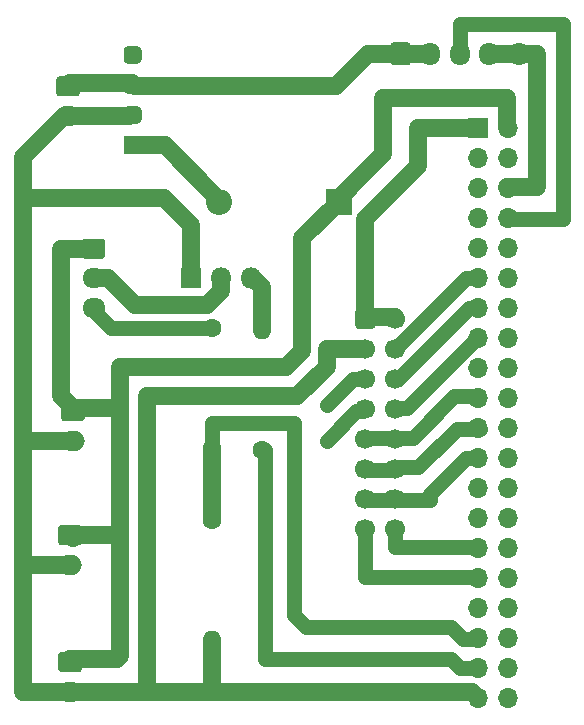
<source format=gbr>
%TF.GenerationSoftware,KiCad,Pcbnew,(5.1.8-0-10_14)*%
%TF.CreationDate,2021-05-20T11:29:51-04:00*%
%TF.ProjectId,PiHat,50694861-742e-46b6-9963-61645f706362,rev?*%
%TF.SameCoordinates,PX9b0780PY44cb540*%
%TF.FileFunction,Copper,L2,Bot*%
%TF.FilePolarity,Positive*%
%FSLAX46Y46*%
G04 Gerber Fmt 4.6, Leading zero omitted, Abs format (unit mm)*
G04 Created by KiCad (PCBNEW (5.1.8-0-10_14)) date 2021-05-20 11:29:51*
%MOMM*%
%LPD*%
G01*
G04 APERTURE LIST*
%TA.AperFunction,ComponentPad*%
%ADD10O,1.600000X1.600000*%
%TD*%
%TA.AperFunction,ComponentPad*%
%ADD11C,1.600000*%
%TD*%
%TA.AperFunction,ComponentPad*%
%ADD12O,2.000000X1.700000*%
%TD*%
%TA.AperFunction,ComponentPad*%
%ADD13O,1.700000X1.950000*%
%TD*%
%TA.AperFunction,ComponentPad*%
%ADD14O,1.950000X1.700000*%
%TD*%
%TA.AperFunction,ComponentPad*%
%ADD15C,1.700000*%
%TD*%
%TA.AperFunction,ComponentPad*%
%ADD16O,1.700000X1.700000*%
%TD*%
%TA.AperFunction,ComponentPad*%
%ADD17R,1.700000X1.700000*%
%TD*%
%TA.AperFunction,ComponentPad*%
%ADD18R,1.524000X1.524000*%
%TD*%
%TA.AperFunction,ComponentPad*%
%ADD19O,1.800000X1.800000*%
%TD*%
%TA.AperFunction,ComponentPad*%
%ADD20R,1.800000X1.800000*%
%TD*%
%TA.AperFunction,ComponentPad*%
%ADD21O,2.200000X2.200000*%
%TD*%
%TA.AperFunction,ComponentPad*%
%ADD22R,2.200000X2.200000*%
%TD*%
%TA.AperFunction,ViaPad*%
%ADD23C,0.800000*%
%TD*%
%TA.AperFunction,Conductor*%
%ADD24C,1.500000*%
%TD*%
%TA.AperFunction,Conductor*%
%ADD25C,1.250000*%
%TD*%
G04 APERTURE END LIST*
D10*
%TO.P,R2,2*%
%TO.N,GND*%
X18250000Y7840000D03*
D11*
%TO.P,R2,1*%
%TO.N,ZProbe3V3*%
X18250000Y18000000D03*
%TD*%
D10*
%TO.P,R1,2*%
%TO.N,ZProbe3V3*%
X18250000Y24090000D03*
D11*
%TO.P,R1,1*%
%TO.N,ZProbeIn*%
X18250000Y34250000D03*
%TD*%
D12*
%TO.P,J8,2*%
%TO.N,GND*%
X6250000Y14250000D03*
%TO.P,J8,1*%
%TO.N,+5V*%
%TA.AperFunction,ComponentPad*%
G36*
G01*
X5500000Y17600000D02*
X7000000Y17600000D01*
G75*
G02*
X7250000Y17350000I0J-250000D01*
G01*
X7250000Y16150000D01*
G75*
G02*
X7000000Y15900000I-250000J0D01*
G01*
X5500000Y15900000D01*
G75*
G02*
X5250000Y16150000I0J250000D01*
G01*
X5250000Y17350000D01*
G75*
G02*
X5500000Y17600000I250000J0D01*
G01*
G37*
%TD.AperFunction*%
%TD*%
D13*
%TO.P,J7,5*%
%TO.N,GND*%
X44250000Y57500000D03*
%TO.P,J7,4*%
X41750000Y57500000D03*
%TO.P,J7,3*%
%TO.N,UVControl*%
X39250000Y57500000D03*
%TO.P,J7,2*%
%TO.N,+24V*%
X36750000Y57500000D03*
%TO.P,J7,1*%
%TA.AperFunction,ComponentPad*%
G36*
G01*
X33400000Y56775000D02*
X33400000Y58225000D01*
G75*
G02*
X33650000Y58475000I250000J0D01*
G01*
X34850000Y58475000D01*
G75*
G02*
X35100000Y58225000I0J-250000D01*
G01*
X35100000Y56775000D01*
G75*
G02*
X34850000Y56525000I-250000J0D01*
G01*
X33650000Y56525000D01*
G75*
G02*
X33400000Y56775000I0J250000D01*
G01*
G37*
%TD.AperFunction*%
%TD*%
D14*
%TO.P,J5,3*%
%TO.N,ZProbeIn*%
X8250000Y36000000D03*
%TO.P,J5,2*%
%TO.N,LaserGnd*%
X8250000Y38500000D03*
%TO.P,J5,1*%
%TO.N,+5V*%
%TA.AperFunction,ComponentPad*%
G36*
G01*
X7525000Y41850000D02*
X8975000Y41850000D01*
G75*
G02*
X9225000Y41600000I0J-250000D01*
G01*
X9225000Y40400000D01*
G75*
G02*
X8975000Y40150000I-250000J0D01*
G01*
X7525000Y40150000D01*
G75*
G02*
X7275000Y40400000I0J250000D01*
G01*
X7275000Y41600000D01*
G75*
G02*
X7525000Y41850000I250000J0D01*
G01*
G37*
%TD.AperFunction*%
%TD*%
D15*
%TO.P,J6,16*%
%TO.N,T_IRQ*%
X33790000Y17288000D03*
%TO.P,J6,14*%
%TO.N,SLCK*%
X33790000Y19828000D03*
%TO.P,J6,12*%
%TO.N,MISO*%
X33790000Y22368000D03*
%TO.P,J6,10*%
%TO.N,MOSI*%
X33790000Y24908000D03*
%TO.P,J6,8*%
%TO.N,RESET*%
X33790000Y27448000D03*
%TO.P,J6,6*%
%TO.N,DC*%
X33790000Y29988000D03*
%TO.P,J6,4*%
%TO.N,CS*%
X33790000Y32528000D03*
%TO.P,J6,2*%
%TO.N,+3V3*%
X33790000Y35068000D03*
%TO.P,J6,15*%
%TO.N,T_CS*%
X31250000Y17288000D03*
%TO.P,J6,13*%
%TO.N,SLCK*%
X31250000Y19828000D03*
%TO.P,J6,11*%
%TO.N,MISO*%
X31250000Y22368000D03*
%TO.P,J6,9*%
%TO.N,MOSI*%
X31250000Y24908000D03*
%TO.P,J6,7*%
%TO.N,SDA*%
X31250000Y27448000D03*
%TO.P,J6,5*%
%TO.N,SCL*%
X31250000Y29988000D03*
%TO.P,J6,3*%
%TO.N,GND*%
X31250000Y32528000D03*
%TO.P,J6,1*%
%TO.N,+3V3*%
%TA.AperFunction,ComponentPad*%
G36*
G01*
X30400000Y34468000D02*
X30400000Y35668000D01*
G75*
G02*
X30650000Y35918000I250000J0D01*
G01*
X31850000Y35918000D01*
G75*
G02*
X32100000Y35668000I0J-250000D01*
G01*
X32100000Y34468000D01*
G75*
G02*
X31850000Y34218000I-250000J0D01*
G01*
X30650000Y34218000D01*
G75*
G02*
X30400000Y34468000I0J250000D01*
G01*
G37*
%TD.AperFunction*%
%TD*%
D16*
%TO.P,J1,40*%
%TO.N,Net-(J1-Pad40)*%
X43290000Y2990000D03*
%TO.P,J1,39*%
%TO.N,GND*%
X40750000Y2990000D03*
%TO.P,J1,38*%
%TO.N,Net-(J1-Pad38)*%
X43290000Y5530000D03*
%TO.P,J1,37*%
%TO.N,LaserControl*%
X40750000Y5530000D03*
%TO.P,J1,36*%
%TO.N,Net-(J1-Pad36)*%
X43290000Y8070000D03*
%TO.P,J1,35*%
%TO.N,ZProbe3V3*%
X40750000Y8070000D03*
%TO.P,J1,34*%
%TO.N,Net-(J1-Pad34)*%
X43290000Y10610000D03*
%TO.P,J1,33*%
%TO.N,Net-(J1-Pad33)*%
X40750000Y10610000D03*
%TO.P,J1,32*%
%TO.N,Net-(J1-Pad32)*%
X43290000Y13150000D03*
%TO.P,J1,31*%
%TO.N,T_CS*%
X40750000Y13150000D03*
%TO.P,J1,30*%
%TO.N,Net-(J1-Pad30)*%
X43290000Y15690000D03*
%TO.P,J1,29*%
%TO.N,T_IRQ*%
X40750000Y15690000D03*
%TO.P,J1,28*%
%TO.N,Net-(J1-Pad28)*%
X43290000Y18230000D03*
%TO.P,J1,27*%
%TO.N,Net-(J1-Pad27)*%
X40750000Y18230000D03*
%TO.P,J1,26*%
%TO.N,Net-(J1-Pad26)*%
X43290000Y20770000D03*
%TO.P,J1,25*%
%TO.N,Net-(J1-Pad25)*%
X40750000Y20770000D03*
%TO.P,J1,24*%
%TO.N,Net-(J1-Pad24)*%
X43290000Y23310000D03*
%TO.P,J1,23*%
%TO.N,SLCK*%
X40750000Y23310000D03*
%TO.P,J1,22*%
%TO.N,Net-(J1-Pad22)*%
X43290000Y25850000D03*
%TO.P,J1,21*%
%TO.N,MISO*%
X40750000Y25850000D03*
%TO.P,J1,20*%
%TO.N,Net-(J1-Pad20)*%
X43290000Y28390000D03*
%TO.P,J1,19*%
%TO.N,MOSI*%
X40750000Y28390000D03*
%TO.P,J1,18*%
%TO.N,Net-(J1-Pad18)*%
X43290000Y30930000D03*
%TO.P,J1,17*%
%TO.N,Net-(J1-Pad17)*%
X40750000Y30930000D03*
%TO.P,J1,16*%
%TO.N,Net-(J1-Pad16)*%
X43290000Y33470000D03*
%TO.P,J1,15*%
%TO.N,RESET*%
X40750000Y33470000D03*
%TO.P,J1,14*%
%TO.N,Net-(J1-Pad14)*%
X43290000Y36010000D03*
%TO.P,J1,13*%
%TO.N,DC*%
X40750000Y36010000D03*
%TO.P,J1,12*%
%TO.N,Net-(J1-Pad12)*%
X43290000Y38550000D03*
%TO.P,J1,11*%
%TO.N,CS*%
X40750000Y38550000D03*
%TO.P,J1,10*%
%TO.N,Net-(J1-Pad10)*%
X43290000Y41090000D03*
%TO.P,J1,9*%
%TO.N,Net-(J1-Pad9)*%
X40750000Y41090000D03*
%TO.P,J1,8*%
%TO.N,UVControl*%
X43290000Y43630000D03*
%TO.P,J1,7*%
%TO.N,Net-(J1-Pad7)*%
X40750000Y43630000D03*
%TO.P,J1,6*%
%TO.N,GND*%
X43290000Y46170000D03*
%TO.P,J1,5*%
%TO.N,SCL*%
X40750000Y46170000D03*
%TO.P,J1,4*%
%TO.N,Net-(J1-Pad4)*%
X43290000Y48710000D03*
%TO.P,J1,3*%
%TO.N,SDA*%
X40750000Y48710000D03*
%TO.P,J1,2*%
%TO.N,+5V*%
X43290000Y51250000D03*
D17*
%TO.P,J1,1*%
%TO.N,+3V3*%
X40750000Y51250000D03*
%TD*%
D12*
%TO.P,J3,2*%
%TO.N,GND*%
X6500000Y24750000D03*
%TO.P,J3,1*%
%TO.N,+5V*%
%TA.AperFunction,ComponentPad*%
G36*
G01*
X5750000Y28100000D02*
X7250000Y28100000D01*
G75*
G02*
X7500000Y27850000I0J-250000D01*
G01*
X7500000Y26650000D01*
G75*
G02*
X7250000Y26400000I-250000J0D01*
G01*
X5750000Y26400000D01*
G75*
G02*
X5500000Y26650000I0J250000D01*
G01*
X5500000Y27850000D01*
G75*
G02*
X5750000Y28100000I250000J0D01*
G01*
G37*
%TD.AperFunction*%
%TD*%
%TO.P,U1,4*%
%TO.N,Net-(U1-Pad4)*%
%TA.AperFunction,ComponentPad*%
G36*
G01*
X11931000Y56648000D02*
X11169000Y56648000D01*
G75*
G02*
X10788000Y57029000I0J381000D01*
G01*
X10788000Y57791000D01*
G75*
G02*
X11169000Y58172000I381000J0D01*
G01*
X11931000Y58172000D01*
G75*
G02*
X12312000Y57791000I0J-381000D01*
G01*
X12312000Y57029000D01*
G75*
G02*
X11931000Y56648000I-381000J0D01*
G01*
G37*
%TD.AperFunction*%
%TO.P,U1,3*%
%TO.N,+24V*%
%TA.AperFunction,ComponentPad*%
G36*
G01*
X11931000Y54108000D02*
X11169000Y54108000D01*
G75*
G02*
X10788000Y54489000I0J381000D01*
G01*
X10788000Y55251000D01*
G75*
G02*
X11169000Y55632000I381000J0D01*
G01*
X11931000Y55632000D01*
G75*
G02*
X12312000Y55251000I0J-381000D01*
G01*
X12312000Y54489000D01*
G75*
G02*
X11931000Y54108000I-381000J0D01*
G01*
G37*
%TD.AperFunction*%
%TO.P,U1,2*%
%TO.N,GND*%
%TA.AperFunction,ComponentPad*%
G36*
G01*
X11931000Y51568000D02*
X11169000Y51568000D01*
G75*
G02*
X10788000Y51949000I0J381000D01*
G01*
X10788000Y52711000D01*
G75*
G02*
X11169000Y53092000I381000J0D01*
G01*
X11931000Y53092000D01*
G75*
G02*
X12312000Y52711000I0J-381000D01*
G01*
X12312000Y51949000D01*
G75*
G02*
X11931000Y51568000I-381000J0D01*
G01*
G37*
%TD.AperFunction*%
D18*
%TO.P,U1,1*%
%TO.N,Net-(D1-Pad2)*%
X11550000Y49790000D03*
%TD*%
D19*
%TO.P,Q1,3*%
%TO.N,Net-(Q1-Pad3)*%
X21580000Y38500000D03*
%TO.P,Q1,2*%
%TO.N,LaserGnd*%
X19040000Y38500000D03*
D20*
%TO.P,Q1,1*%
%TO.N,GND*%
X16500000Y38500000D03*
%TD*%
D21*
%TO.P,D1,2*%
%TO.N,Net-(D1-Pad2)*%
X18840000Y45000000D03*
D22*
%TO.P,D1,1*%
%TO.N,+5V*%
X29000000Y45000000D03*
%TD*%
%TO.P,J2,1*%
%TO.N,+24V*%
%TA.AperFunction,ComponentPad*%
G36*
G01*
X5334000Y55600000D02*
X6834000Y55600000D01*
G75*
G02*
X7084000Y55350000I0J-250000D01*
G01*
X7084000Y54150000D01*
G75*
G02*
X6834000Y53900000I-250000J0D01*
G01*
X5334000Y53900000D01*
G75*
G02*
X5084000Y54150000I0J250000D01*
G01*
X5084000Y55350000D01*
G75*
G02*
X5334000Y55600000I250000J0D01*
G01*
G37*
%TD.AperFunction*%
D12*
%TO.P,J2,2*%
%TO.N,GND*%
X6084000Y52250000D03*
%TD*%
%TO.P,J4,2*%
%TO.N,GND*%
X6250000Y3500000D03*
%TO.P,J4,1*%
%TO.N,+5V*%
%TA.AperFunction,ComponentPad*%
G36*
G01*
X5500000Y6850000D02*
X7000000Y6850000D01*
G75*
G02*
X7250000Y6600000I0J-250000D01*
G01*
X7250000Y5400000D01*
G75*
G02*
X7000000Y5150000I-250000J0D01*
G01*
X5500000Y5150000D01*
G75*
G02*
X5250000Y5400000I0J250000D01*
G01*
X5250000Y6600000D01*
G75*
G02*
X5500000Y6850000I250000J0D01*
G01*
G37*
%TD.AperFunction*%
%TD*%
D11*
%TO.P,R3,1*%
%TO.N,LaserControl*%
X22500000Y24000000D03*
D10*
%TO.P,R3,2*%
%TO.N,Net-(Q1-Pad3)*%
X22500000Y34160000D03*
%TD*%
D23*
%TO.N,SCL*%
X28000000Y27750000D03*
%TO.N,SDA*%
X28000000Y24750000D03*
%TD*%
D24*
%TO.N,GND*%
X2250000Y35500000D02*
X2250000Y25000000D01*
X2274000Y35524000D02*
X2250000Y35500000D01*
X6000000Y14250000D02*
X2250000Y14250000D01*
X2250000Y14250000D02*
X2250000Y25000000D01*
X6250000Y3500000D02*
X2250000Y3500000D01*
X2250000Y3500000D02*
X2250000Y14250000D01*
X2500000Y24750000D02*
X2250000Y25000000D01*
X6250000Y24750000D02*
X2500000Y24750000D01*
X18250000Y3500000D02*
X18250000Y7750000D01*
X18250000Y3500000D02*
X12500000Y3500000D01*
X12500000Y3500000D02*
X6250000Y3500000D01*
X6250000Y52250000D02*
X11250000Y52250000D01*
X5740000Y52250000D02*
X2274000Y48784000D01*
X6000000Y52250000D02*
X5740000Y52250000D01*
X16500000Y38750000D02*
X16500000Y43000000D01*
X14226000Y45274000D02*
X2274000Y45274000D01*
X2274000Y45274000D02*
X2274000Y35524000D01*
X16500000Y43000000D02*
X14226000Y45274000D01*
X2274000Y48784000D02*
X2274000Y45274000D01*
X12750000Y3750000D02*
X12500000Y3500000D01*
X12750000Y28500000D02*
X12750000Y3750000D01*
X25500000Y28500000D02*
X12750000Y28500000D01*
X31250000Y32500000D02*
X28000000Y32500000D01*
X28000000Y31000000D02*
X25500000Y28500000D01*
X28000000Y32500000D02*
X28000000Y31000000D01*
X40250000Y3500000D02*
X40750000Y3000000D01*
X18250000Y3500000D02*
X40250000Y3500000D01*
X43250000Y46250000D02*
X45750000Y46250000D01*
X45750000Y46250000D02*
X45750000Y57500000D01*
X45750000Y57500000D02*
X41750000Y57500000D01*
%TO.N,+5V*%
X10500000Y27500000D02*
X7000000Y27500000D01*
X10500000Y27500000D02*
X10500000Y16750000D01*
X6750000Y16750000D02*
X6500000Y16500000D01*
X10500000Y16750000D02*
X6750000Y16750000D01*
X10500000Y16750000D02*
X10500000Y6500000D01*
X10250000Y6250000D02*
X6250000Y6250000D01*
X10500000Y6500000D02*
X10250000Y6250000D01*
X8250000Y41000000D02*
X5500000Y41000000D01*
X5500000Y28500000D02*
X6750000Y27250000D01*
X5500000Y41000000D02*
X5500000Y28500000D01*
X30466000Y46716000D02*
X28750000Y45000000D01*
X43250000Y51250000D02*
X43250000Y53750000D01*
X43250000Y53750000D02*
X32750000Y53750000D01*
X32750000Y49000000D02*
X30466000Y46716000D01*
X32750000Y53750000D02*
X32750000Y49000000D01*
X24500000Y31000000D02*
X25875000Y32375000D01*
X10500000Y31000000D02*
X24500000Y31000000D01*
X10500000Y27500000D02*
X10500000Y31000000D01*
X25875000Y32375000D02*
X25875000Y41875000D01*
X25875000Y41875000D02*
X29000000Y45000000D01*
%TO.N,Net-(D1-Pad2)*%
X14250000Y49750000D02*
X11750000Y49750000D01*
X18500000Y45500000D02*
X14250000Y49750000D01*
X18500000Y45250000D02*
X18500000Y45500000D01*
%TO.N,Net-(Q1-Pad3)*%
X22500000Y37750000D02*
X21750000Y38500000D01*
X22500000Y34250000D02*
X22500000Y37750000D01*
D25*
%TO.N,SLCK*%
X33262000Y19828000D02*
X33448081Y20014081D01*
X36750000Y19750000D02*
X31250000Y19750000D01*
X36750000Y19750000D02*
X36750000Y20250000D01*
X39750000Y23250000D02*
X40750000Y23250000D01*
X36750000Y20250000D02*
X39750000Y23250000D01*
%TO.N,MOSI*%
X31250000Y25000000D02*
X34000000Y25000000D01*
X33750000Y25000000D02*
X35250000Y25000000D01*
X38750000Y28500000D02*
X40750000Y28500000D01*
X35250000Y25000000D02*
X38750000Y28500000D01*
%TO.N,MISO*%
X33500000Y22250000D02*
X33750000Y22500000D01*
X31250000Y22250000D02*
X33500000Y22250000D01*
X33750000Y22500000D02*
X35750000Y22500000D01*
X39000000Y25750000D02*
X41000000Y25750000D01*
X35750000Y22500000D02*
X39000000Y25750000D01*
%TO.N,T_IRQ*%
X40500000Y15750000D02*
X33750000Y15750000D01*
X33750000Y15750000D02*
X33750000Y17250000D01*
%TO.N,RESET*%
X34750000Y27500000D02*
X40750000Y33500000D01*
X33750000Y27500000D02*
X34750000Y27500000D01*
%TO.N,DC*%
X34000000Y30000000D02*
X40000000Y36000000D01*
X33750000Y30000000D02*
X34000000Y30000000D01*
X40750000Y36000000D02*
X40000000Y36000000D01*
%TO.N,CS*%
X33750000Y32500000D02*
X33775002Y32500000D01*
X40500000Y38500000D02*
X40750000Y38500000D01*
X33750000Y32500000D02*
X39750000Y38500000D01*
X39750000Y38500000D02*
X40750000Y38500000D01*
D24*
%TO.N,+3V3*%
X31250000Y43500000D02*
X31250000Y35250000D01*
X35750000Y48000000D02*
X31250000Y43500000D01*
X35750000Y51250000D02*
X35750000Y48000000D01*
X40750000Y51250000D02*
X35750000Y51250000D01*
X31250000Y35250000D02*
X33750000Y35250000D01*
D25*
%TO.N,T_CS*%
X40500000Y13250000D02*
X31250000Y13250000D01*
X31250000Y13250000D02*
X31250000Y17000000D01*
%TO.N,LaserControl*%
X22750000Y24000000D02*
X22750000Y6250000D01*
X22750000Y6250000D02*
X38500000Y6250000D01*
X39250000Y5500000D02*
X40750000Y5500000D01*
X38500000Y6250000D02*
X39250000Y5500000D01*
%TO.N,UVControl*%
X43250000Y43500000D02*
X48000000Y43500000D01*
X48000000Y43500000D02*
X48000000Y60000000D01*
X48000000Y60000000D02*
X39250000Y60000000D01*
X39250000Y60000000D02*
X39250000Y57500000D01*
D24*
%TO.N,ZProbe3V3*%
X18250000Y24000000D02*
X18250000Y18000000D01*
D25*
X18250000Y24000000D02*
X18250000Y26250000D01*
X25250000Y10000000D02*
X25250000Y26250000D01*
X26250000Y9000000D02*
X25250000Y10000000D01*
X18250000Y26250000D02*
X25250000Y26250000D01*
X26250000Y9000000D02*
X38500000Y9000000D01*
X39500000Y8000000D02*
X40750000Y8000000D01*
X38500000Y9000000D02*
X39500000Y8000000D01*
%TO.N,SCL*%
X31000000Y30000000D02*
X30250000Y30000000D01*
X30250000Y30000000D02*
X28000000Y27750000D01*
X28000000Y27750000D02*
X28000000Y27750000D01*
%TO.N,SDA*%
X31000000Y27250000D02*
X30500000Y27250000D01*
X30500000Y27250000D02*
X28000000Y24750000D01*
X28000000Y24750000D02*
X28000000Y24750000D01*
D24*
%TO.N,+24V*%
X11500000Y55000000D02*
X6250000Y55000000D01*
X11750000Y54750000D02*
X28750000Y54750000D01*
X36750000Y57500000D02*
X34250000Y57500000D01*
X31500000Y57500000D02*
X28750000Y54750000D01*
X34250000Y57500000D02*
X31500000Y57500000D01*
D25*
%TO.N,ZProbeIn*%
X9750000Y34250000D02*
X8250000Y35750000D01*
X18250000Y34250000D02*
X9750000Y34250000D01*
D24*
%TO.N,LaserGnd*%
X19000000Y37399998D02*
X17850002Y36250000D01*
X19000000Y38500000D02*
X19000000Y37399998D01*
X17850002Y36250000D02*
X11750000Y36250000D01*
X9500000Y38500000D02*
X8250000Y38500000D01*
X11750000Y36250000D02*
X9500000Y38500000D01*
%TD*%
M02*

</source>
